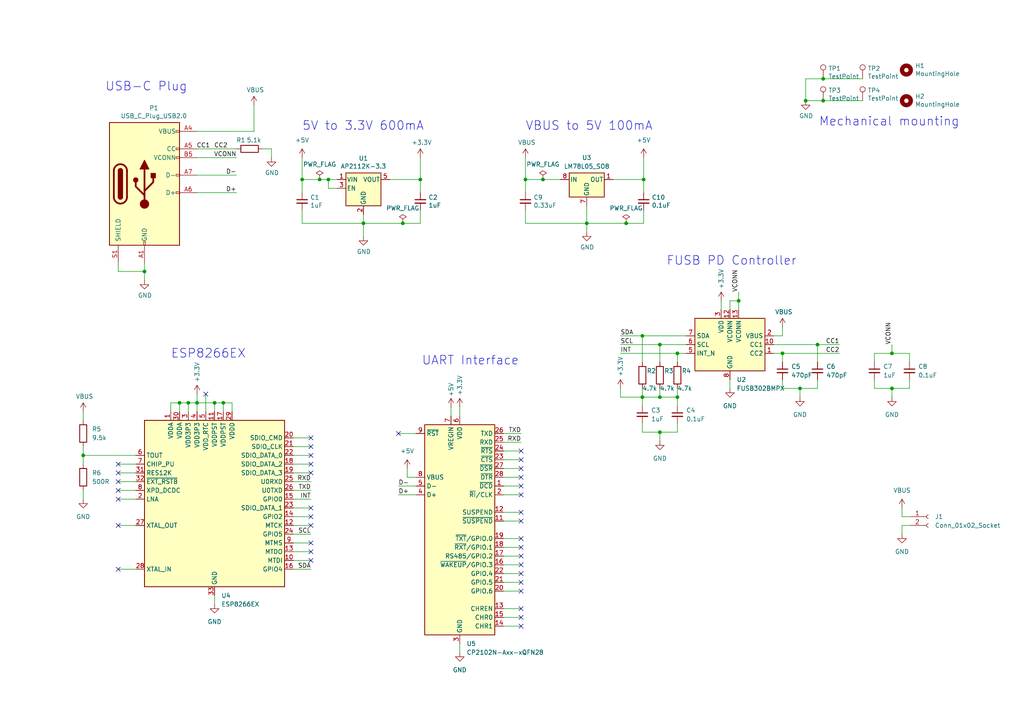
<source format=kicad_sch>
(kicad_sch (version 20230121) (generator eeschema)
  (paper "A4")
  (title_block (title "Expansion Card Template") (date "2020-12-12") (rev "X1") (company "Framework") (comment 1 "This work is licensed under a Creative Commons Attribution 4.0 International License") (comment 4 "https://frame.work"))
  (lib_symbols
    (symbol "Connector:Conn_01x02_Socket" (pin_names (offset 1.016) hide)
      (property "Reference" "J" (at 0 2.54 0))
      (property "Value" "Conn_01x02_Socket" (at 0 -5.08 0))
      (symbol "Conn_01x02_Socket_1_1"
        (arc (start 0 -2.032) (mid -0.5058 -2.54) (end 0 -3.048) (stroke (width 0.1524)))
        (polyline (pts (xy -1.27 -2.54) (xy -0.508 -2.54)) (stroke (width 0.1524)))
        (polyline (pts (xy -1.27 0) (xy -0.508 0)) (stroke (width 0.1524)))
        (arc (start 0 0.508) (mid -0.5058 0) (end 0 -0.508) (stroke (width 0.1524)))
        (pin passive line (at -5.08 0 0) (length 3.81) (name "Pin_1") (number "1"))
        (pin passive line (at -5.08 -2.54 0) (length 3.81) (name "Pin_2") (number "2"))
      )
    )
    (symbol "Connector:TestPoint" (pin_numbers hide) (pin_names (offset 0.762) hide)
      (property "Reference" "TP" (at 0 6.858 0))
      (property "Value" "TestPoint" (at 0 5.08 0))
      (symbol "TestPoint_0_1"
        (circle (center 0 3.302) (radius 0.762))
      )
      (symbol "TestPoint_1_1"
        (pin passive line (at 0 0 90) (length 2.54) (name "1") (number "1"))
      )
    )
    (symbol "Connector:USB_C_Plug_USB2.0" (pin_names (offset 1.016))
      (property "Reference" "P" (at -10.16 19.05 0))
      (property "Value" "USB_C_Plug_USB2.0" (at 12.7 19.05 0))
      (symbol "USB_C_Plug_USB2.0_0_0"
        (rectangle (start -0.254 -17.78) (end 0.254 -16.764))
        (rectangle (start 10.16 -2.286) (end 9.144 -2.794))
        (rectangle (start 10.16 2.794) (end 9.144 2.286))
        (rectangle (start 10.16 7.874) (end 9.144 7.366))
        (rectangle (start 10.16 10.414) (end 9.144 9.906))
        (rectangle (start 10.16 15.494) (end 9.144 14.986))
      )
      (symbol "USB_C_Plug_USB2.0_0_1"
        (rectangle (start -10.16 17.78) (end 10.16 -17.78) (stroke (width 0.254)) (fill (type background)))
        (arc (start -8.89 -3.81) (mid -6.985 -5.7067) (end -5.08 -3.81) (stroke (width 0.508)))
        (arc (start -7.62 -3.81) (mid -6.985 -4.4423) (end -6.35 -3.81) (stroke (width 0.254)))
        (arc (start -7.62 -3.81) (mid -6.985 -4.4423) (end -6.35 -3.81) (stroke (width 0.254)) (fill (type outline)))
        (rectangle (start -7.62 -3.81) (end -6.35 3.81) (stroke (width 0.254)) (fill (type outline)))
        (arc (start -6.35 3.81) (mid -6.985 4.4423) (end -7.62 3.81) (stroke (width 0.254)))
        (arc (start -6.35 3.81) (mid -6.985 4.4423) (end -7.62 3.81) (stroke (width 0.254)) (fill (type outline)))
        (arc (start -5.08 3.81) (mid -6.985 5.7067) (end -8.89 3.81) (stroke (width 0.508)))
        (circle (center -2.54 1.143) (radius 0.635) (stroke (width 0.254)) (fill (type outline)))
        (circle (center 0 -5.842) (radius 1.27) (fill (type outline)))
        (polyline (pts (xy -8.89 -3.81) (xy -8.89 3.81)) (stroke (width 0.508)))
        (polyline (pts (xy -5.08 3.81) (xy -5.08 -3.81)) (stroke (width 0.508)))
        (polyline (pts (xy 0 -5.842) (xy 0 4.318)) (stroke (width 0.508)))
        (polyline (pts (xy 0 -3.302) (xy -2.54 -0.762) (xy -2.54 0.508)) (stroke (width 0.508)))
        (polyline (pts (xy 0 -2.032) (xy 2.54 0.508) (xy 2.54 1.778)) (stroke (width 0.508)))
        (polyline (pts (xy -1.27 4.318) (xy 0 6.858) (xy 1.27 4.318) (xy -1.27 4.318)) (stroke (width 0.254)) (fill (type outline)))
        (rectangle (start 1.905 1.778) (end 3.175 3.048) (stroke (width 0.254)) (fill (type outline)))
      )
      (symbol "USB_C_Plug_USB2.0_1_1"
        (pin passive line (at 0 -22.86 90) (length 5.08) (name "GND") (number "A1"))
        (pin passive line (at 0 -22.86 90) (length 5.08) hide (name "GND") (number "A12"))
        (pin passive line (at 15.24 15.24 180) (length 5.08) (name "VBUS") (number "A4"))
        (pin bidirectional line (at 15.24 10.16 180) (length 5.08) (name "CC") (number "A5"))
        (pin bidirectional line (at 15.24 -2.54 180) (length 5.08) (name "D+") (number "A6"))
        (pin bidirectional line (at 15.24 2.54 180) (length 5.08) (name "D-") (number "A7"))
        (pin passive line (at 15.24 15.24 180) (length 5.08) hide (name "VBUS") (number "A9"))
        (pin passive line (at 0 -22.86 90) (length 5.08) hide (name "GND") (number "B1"))
        (pin passive line (at 0 -22.86 90) (length 5.08) hide (name "GND") (number "B12"))
        (pin passive line (at 15.24 15.24 180) (length 5.08) hide (name "VBUS") (number "B4"))
        (pin bidirectional line (at 15.24 7.62 180) (length 5.08) (name "VCONN") (number "B5"))
        (pin passive line (at 15.24 15.24 180) (length 5.08) hide (name "VBUS") (number "B9"))
        (pin passive line (at -7.62 -22.86 90) (length 5.08) (name "SHIELD") (number "S1"))
      )
    )
    (symbol "Device:C_Small" (pin_numbers hide) (pin_names (offset 0.254) hide)
      (property "Reference" "C" (at 0.254 1.778 0))
      (property "Value" "C_Small" (at 0.254 -2.032 0))
      (symbol "C_Small_0_1"
        (polyline (pts (xy -1.524 -0.508) (xy 1.524 -0.508)) (stroke (width 0.3302)))
        (polyline (pts (xy -1.524 0.508) (xy 1.524 0.508)) (stroke (width 0.3048)))
      )
      (symbol "C_Small_1_1"
        (pin passive line (at 0 2.54 270) (length 2.032) (name "~") (number "1"))
        (pin passive line (at 0 -2.54 90) (length 2.032) (name "~") (number "2"))
      )
    )
    (symbol "Device:R" (pin_numbers hide) (pin_names (offset 0))
      (property "Reference" "R" (at 2.032 0 90))
      (property "Value" "R" (at 0 0 90))
      (symbol "R_0_1"
        (rectangle (start -1.016 -2.54) (end 1.016 2.54) (stroke (width 0.254)))
      )
      (symbol "R_1_1"
        (pin passive line (at 0 3.81 270) (length 1.27) (name "~") (number "1"))
        (pin passive line (at 0 -3.81 90) (length 1.27) (name "~") (number "2"))
      )
    )
    (symbol "Interface_USB:CP2102N-Axx-xQFN28"
      (property "Reference" "U" (at -8.89 31.75 0))
      (property "Value" "CP2102N-Axx-xQFN28" (at 12.7 31.75 0))
      (symbol "CP2102N-Axx-xQFN28_0_1"
        (rectangle (start -10.16 30.48) (end 10.16 -30.48) (stroke (width 0.254)) (fill (type background)))
      )
      (symbol "CP2102N-Axx-xQFN28_1_1"
        (pin input line (at 12.7 12.7 180) (length 2.54) (name "~{DCD}") (number "1"))
        (pin no_connect line (at -10.16 -27.94 0) (length 2.54) hide (name "NC") (number "10"))
        (pin output line (at 12.7 2.54 180) (length 2.54) (name "~{SUSPEND}") (number "11"))
        (pin output line (at 12.7 5.08 180) (length 2.54) (name "SUSPEND") (number "12"))
        (pin output line (at 12.7 -22.86 180) (length 2.54) (name "CHREN") (number "13"))
        (pin output line (at 12.7 -27.94 180) (length 2.54) (name "CHR1") (number "14"))
        (pin output line (at 12.7 -25.4 180) (length 2.54) (name "CHR0") (number "15"))
        (pin bidirectional line (at 12.7 -10.16 180) (length 2.54) (name "~{WAKEUP}/GPIO.3") (number "16"))
        (pin bidirectional line (at 12.7 -7.62 180) (length 2.54) (name "RS485/GPIO.2") (number "17"))
        (pin bidirectional line (at 12.7 -5.08 180) (length 2.54) (name "~{RXT}/GPIO.1") (number "18"))
        (pin bidirectional line (at 12.7 -2.54 180) (length 2.54) (name "~{TXT}/GPIO.0") (number "19"))
        (pin bidirectional line (at 12.7 10.16 180) (length 2.54) (name "~{RI}/CLK") (number "2"))
        (pin bidirectional line (at 12.7 -17.78 180) (length 2.54) (name "GPIO.6") (number "20"))
        (pin bidirectional line (at 12.7 -15.24 180) (length 2.54) (name "GPIO.5") (number "21"))
        (pin bidirectional line (at 12.7 -12.7 180) (length 2.54) (name "GPIO.4") (number "22"))
        (pin input line (at 12.7 20.32 180) (length 2.54) (name "~{CTS}") (number "23"))
        (pin output line (at 12.7 22.86 180) (length 2.54) (name "~{RTS}") (number "24"))
        (pin input line (at 12.7 25.4 180) (length 2.54) (name "RXD") (number "25"))
        (pin output line (at 12.7 27.94 180) (length 2.54) (name "TXD") (number "26"))
        (pin input line (at 12.7 17.78 180) (length 2.54) (name "~{DSR}") (number "27"))
        (pin output line (at 12.7 15.24 180) (length 2.54) (name "~{DTR}") (number "28"))
        (pin passive line (at 0 -33.02 90) (length 2.54) hide (name "GND") (number "29"))
        (pin power_in line (at 0 -33.02 90) (length 2.54) (name "GND") (number "3"))
        (pin bidirectional line (at -12.7 10.16 0) (length 2.54) (name "D+") (number "4"))
        (pin bidirectional line (at -12.7 12.7 0) (length 2.54) (name "D-") (number "5"))
        (pin power_in line (at 0 33.02 270) (length 2.54) (name "VDD") (number "6"))
        (pin power_in line (at -2.54 33.02 270) (length 2.54) (name "VREGIN") (number "7"))
        (pin input line (at -12.7 15.24 0) (length 2.54) (name "VBUS") (number "8"))
        (pin input line (at -12.7 27.94 0) (length 2.54) (name "~{RST}") (number "9"))
      )
    )
    (symbol "Interface_USB:FUSB302BMPX"
      (property "Reference" "U" (at -10.16 8.89 0))
      (property "Value" "FUSB302BMPX" (at 3.81 8.89 0))
      (symbol "FUSB302BMPX_0_1"
        (rectangle (start -10.16 7.62) (end 10.16 -7.62) (stroke (width 0.254)) (fill (type background)))
      )
      (symbol "FUSB302BMPX_1_1"
        (pin bidirectional line (at 12.7 -2.54 180) (length 2.54) (name "CC2") (number "1"))
        (pin bidirectional line (at 12.7 0 180) (length 2.54) (name "CC1") (number "10"))
        (pin bidirectional line (at 12.7 0 180) (length 2.54) hide (name "CC1") (number "11"))
        (pin power_in line (at 0 10.16 270) (length 2.54) (name "VCONN") (number "12"))
        (pin power_in line (at 2.54 10.16 270) (length 2.54) (name "VCONN") (number "13"))
        (pin bidirectional line (at 12.7 -2.54 180) (length 2.54) hide (name "CC2") (number "14"))
        (pin passive line (at 0 -10.16 90) (length 2.54) hide (name "GND") (number "15"))
        (pin input line (at 12.7 2.54 180) (length 2.54) (name "VBUS") (number "2"))
        (pin power_in line (at -2.54 10.16 270) (length 2.54) (name "VDD") (number "3"))
        (pin passive line (at -2.54 10.16 270) (length 2.54) hide (name "VDD") (number "4"))
        (pin open_collector line (at -12.7 -2.54 0) (length 2.54) (name "INT_N") (number "5"))
        (pin input line (at -12.7 0 0) (length 2.54) (name "SCL") (number "6"))
        (pin bidirectional line (at -12.7 2.54 0) (length 2.54) (name "SDA") (number "7"))
        (pin power_in line (at 0 -10.16 90) (length 2.54) (name "GND") (number "8"))
        (pin passive line (at 0 -10.16 90) (length 2.54) hide (name "GND") (number "9"))
      )
    )
    (symbol "MCU_Espressif:ESP8266EX"
      (property "Reference" "U" (at 0 2.54 0))
      (property "Value" "ESP8266EX" (at 0 -2.54 0))
      (symbol "ESP8266EX_0_1"
        (rectangle (start -20.32 22.86) (end 20.32 -25.4) (stroke (width 0.254)) (fill (type background)))
      )
      (symbol "ESP8266EX_1_1"
        (pin power_in line (at -12.7 25.4 270) (length 2.54) (name "VDDA") (number "1"))
        (pin bidirectional line (at 22.86 -17.78 180) (length 2.54) (name "MTDI") (number "10"))
        (pin power_in line (at 0 25.4 270) (length 2.54) (name "VDDPST") (number "11"))
        (pin bidirectional line (at 22.86 -7.62 180) (length 2.54) (name "MTCK") (number "12"))
        (pin bidirectional line (at 22.86 -15.24 180) (length 2.54) (name "MTDO") (number "13"))
        (pin bidirectional line (at 22.86 -5.08 180) (length 2.54) (name "GPIO2") (number "14"))
        (pin bidirectional line (at 22.86 0 180) (length 2.54) (name "GPIO0") (number "15"))
        (pin bidirectional line (at 22.86 -20.32 180) (length 2.54) (name "GPIO4") (number "16"))
        (pin power_in line (at 2.54 25.4 270) (length 2.54) (name "VDDPST") (number "17"))
        (pin bidirectional line (at 22.86 10.16 180) (length 2.54) (name "SDIO_DATA_2") (number "18"))
        (pin bidirectional line (at 22.86 7.62 180) (length 2.54) (name "SDIO_DATA_3") (number "19"))
        (pin bidirectional line (at -22.86 0 0) (length 2.54) (name "LNA") (number "2"))
        (pin bidirectional line (at 22.86 17.78 180) (length 2.54) (name "SDIO_CMD") (number "20"))
        (pin bidirectional line (at 22.86 15.24 180) (length 2.54) (name "SDIO_CLK") (number "21"))
        (pin bidirectional line (at 22.86 12.7 180) (length 2.54) (name "SDIO_DATA_0") (number "22"))
        (pin bidirectional line (at 22.86 -2.54 180) (length 2.54) (name "SDIO_DATA_1") (number "23"))
        (pin bidirectional line (at 22.86 -10.16 180) (length 2.54) (name "GPIO5") (number "24"))
        (pin bidirectional line (at 22.86 5.08 180) (length 2.54) (name "U0RXD") (number "25"))
        (pin bidirectional line (at 22.86 2.54 180) (length 2.54) (name "U0TXD") (number "26"))
        (pin bidirectional line (at -22.86 -7.62 0) (length 2.54) (name "XTAL_OUT") (number "27"))
        (pin bidirectional line (at -22.86 -20.32 0) (length 2.54) (name "XTAL_IN") (number "28"))
        (pin power_in line (at 5.08 25.4 270) (length 2.54) (name "VDDD") (number "29"))
        (pin power_in line (at -7.62 25.4 270) (length 2.54) (name "VDD3P3") (number "3"))
        (pin power_in line (at -10.16 25.4 270) (length 2.54) (name "VDDA") (number "30"))
        (pin input line (at -22.86 7.62 0) (length 2.54) (name "RES12K") (number "31"))
        (pin input line (at -22.86 5.08 0) (length 2.54) (name "~{EXT_RSTB}") (number "32"))
        (pin power_in line (at 0 -27.94 90) (length 2.54) (name "GND") (number "33"))
        (pin power_in line (at -5.08 25.4 270) (length 2.54) (name "VDD3P3") (number "4"))
        (pin power_in line (at -2.54 25.4 270) (length 2.54) (name "VDD_RTC") (number "5"))
        (pin input line (at -22.86 12.7 0) (length 2.54) (name "TOUT") (number "6"))
        (pin input line (at -22.86 10.16 0) (length 2.54) (name "CHIP_PU") (number "7"))
        (pin bidirectional line (at -22.86 2.54 0) (length 2.54) (name "XPD_DCDC") (number "8"))
        (pin bidirectional line (at 22.86 -12.7 180) (length 2.54) (name "MTMS") (number "9"))
      )
    )
    (symbol "Mechanical:MountingHole" (pin_names (offset 1.016))
      (property "Reference" "H" (at 0 5.08 0))
      (property "Value" "MountingHole" (at 0 3.175 0))
      (symbol "MountingHole_0_1"
        (circle (center 0 0) (radius 1.27) (stroke (width 1.27)))
      )
    )
    (symbol "Regulator_Linear:AP2112K-3.3" (pin_names (offset 0.254))
      (property "Reference" "U" (at -5.08 5.715 0))
      (property "Value" "AP2112K-3.3" (at 0 5.715 0))
      (symbol "AP2112K-3.3_0_1"
        (rectangle (start -5.08 4.445) (end 5.08 -5.08) (stroke (width 0.254)) (fill (type background)))
      )
      (symbol "AP2112K-3.3_1_1"
        (pin power_in line (at -7.62 2.54 0) (length 2.54) (name "VIN") (number "1"))
        (pin power_in line (at 0 -7.62 90) (length 2.54) (name "GND") (number "2"))
        (pin input line (at -7.62 0 0) (length 2.54) (name "EN") (number "3"))
        (pin no_connect line (at 5.08 0 180) (length 2.54) hide (name "NC") (number "4"))
        (pin power_out line (at 7.62 2.54 180) (length 2.54) (name "VOUT") (number "5"))
      )
    )
    (symbol "Regulator_Linear:LM78L05_SO8" (pin_names (offset 0.254))
      (property "Reference" "U" (at -3.81 3.175 0))
      (property "Value" "LM78L05_SO8" (at 0 3.175 0))
      (symbol "LM78L05_SO8_0_1"
        (rectangle (start -5.08 1.905) (end 5.08 -5.08) (stroke (width 0.254)) (fill (type background)))
      )
      (symbol "LM78L05_SO8_1_1"
        (pin power_out line (at 7.62 0 180) (length 2.54) (name "OUT") (number "1"))
        (pin passive line (at 0 -7.62 90) (length 2.54) hide (name "GND") (number "2"))
        (pin passive line (at 0 -7.62 90) (length 2.54) hide (name "GND") (number "3"))
        (pin no_connect line (at -5.08 -2.54 0) (length 2.54) hide (name "NC") (number "4"))
        (pin no_connect line (at 5.08 -2.54 180) (length 2.54) hide (name "NC") (number "5"))
        (pin passive line (at 0 -7.62 90) (length 2.54) hide (name "GND") (number "6"))
        (pin power_in line (at 0 -7.62 90) (length 2.54) (name "GND") (number "7"))
        (pin power_in line (at -7.62 0 0) (length 2.54) (name "IN") (number "8"))
      )
    )
    (symbol "power:+3.3V" (power) (pin_names (offset 0))
      (property "Value" "+3.3V" (at 0 3.556 0))
      (symbol "+3.3V_0_1"
        (polyline (pts (xy -0.762 1.27) (xy 0 2.54)))
        (polyline (pts (xy 0 0) (xy 0 2.54)))
        (polyline (pts (xy 0 2.54) (xy 0.762 1.27)))
      )
      (symbol "+3.3V_1_1"
        (pin power_in line (at 0 0 90) (length 0) hide (name "+3.3V") (number "1"))
      )
    )
    (symbol "power:+5V" (power) (pin_names (offset 0))
      (property "Value" "+5V" (at 0 3.556 0))
      (symbol "+5V_0_1"
        (polyline (pts (xy -0.762 1.27) (xy 0 2.54)))
        (polyline (pts (xy 0 0) (xy 0 2.54)))
        (polyline (pts (xy 0 2.54) (xy 0.762 1.27)))
      )
      (symbol "+5V_1_1"
        (pin power_in line (at 0 0 90) (length 0) hide (name "+5V") (number "1"))
      )
    )
    (symbol "power:GND" (power) (pin_names (offset 0))
      (property "Value" "GND" (at 0 -3.81 0))
      (symbol "GND_0_1"
        (polyline (pts (xy 0 0) (xy 0 -1.27) (xy 1.27 -1.27) (xy 0 -2.54) (xy -1.27 -1.27) (xy 0 -1.27)))
      )
      (symbol "GND_1_1"
        (pin power_in line (at 0 0 270) (length 0) hide (name "GND") (number "1"))
      )
    )
    (symbol "power:PWR_FLAG" (power) (pin_numbers hide) (pin_names (offset 0) hide)
      (property "Value" "PWR_FLAG" (at 0 3.81 0))
      (symbol "PWR_FLAG_0_0"
        (pin power_out line (at 0 0 90) (length 0) (name "pwr") (number "1"))
      )
      (symbol "PWR_FLAG_0_1"
        (polyline (pts (xy 0 0) (xy 0 1.27) (xy -1.016 1.905) (xy 0 2.54) (xy 1.016 1.905) (xy 0 1.27)))
      )
    )
    (symbol "power:VBUS" (power) (pin_names (offset 0))
      (property "Value" "VBUS" (at 0 3.81 0))
      (symbol "VBUS_0_1"
        (polyline (pts (xy -0.762 1.27) (xy 0 2.54)))
        (polyline (pts (xy 0 0) (xy 0 2.54)))
        (polyline (pts (xy 0 2.54) (xy 0.762 1.27)))
      )
      (symbol "VBUS_1_1"
        (pin power_in line (at 0 0 90) (length 0) hide (name "VBUS") (number "1"))
      )
    )
  )
  (junction (at 41.91 78.74))
  (junction (at 170.18 64.77))
  (junction (at 52.07 116.84))
  (junction (at 152.4 52.07))
  (junction (at 24.13 132.08))
  (junction (at 92.71 52.07))
  (junction (at 191.389 125.349))
  (junction (at 186.69 52.07))
  (junction (at 258.699 102.489))
  (junction (at 191.389 99.949))
  (junction (at 105.41 64.77))
  (junction (at 116.84 64.77))
  (junction (at 54.61 116.84))
  (junction (at 226.949 102.489))
  (junction (at 121.92 52.07))
  (junction (at 57.15 116.84))
  (junction (at 196.469 102.489))
  (junction (at 258.699 112.649))
  (junction (at 186.309 97.409))
  (junction (at 64.77 116.84))
  (junction (at 181.61 64.77))
  (junction (at 232.029 112.649))
  (junction (at 237.109 99.949))
  (junction (at 62.23 116.84))
  (junction (at 196.469 115.189))
  (junction (at 238.76 29.21))
  (junction (at 214.249 87.249))
  (junction (at 191.389 115.189))
  (junction (at 233.68 29.21))
  (junction (at 87.63 52.07))
  (junction (at 238.76 22.86))
  (junction (at 95.25 52.07))
  (junction (at 186.309 115.189))
  (junction (at 157.48 52.07))
  (no_connect (at 34.29 142.24))
  (no_connect (at 151.13 163.83))
  (no_connect (at 151.13 140.97))
  (no_connect (at 151.13 176.53))
  (no_connect (at 90.17 149.86))
  (no_connect (at 90.17 160.02))
  (no_connect (at 34.29 139.7))
  (no_connect (at 34.29 137.16))
  (no_connect (at 90.17 157.48))
  (no_connect (at 151.13 161.29))
  (no_connect (at 151.13 158.75))
  (no_connect (at 151.13 156.21))
  (no_connect (at 151.13 143.51))
  (no_connect (at 151.13 179.07))
  (no_connect (at 59.69 114.3))
  (no_connect (at 151.13 138.43))
  (no_connect (at 34.29 152.4))
  (no_connect (at 90.17 127))
  (no_connect (at 151.13 166.37))
  (no_connect (at 151.13 151.13))
  (no_connect (at 90.17 152.4))
  (no_connect (at 90.17 134.62))
  (no_connect (at 90.17 137.16))
  (no_connect (at 90.17 132.08))
  (no_connect (at 151.13 181.61))
  (no_connect (at 34.29 165.1))
  (no_connect (at 151.13 168.91))
  (no_connect (at 151.13 130.81))
  (no_connect (at 90.17 162.56))
  (no_connect (at 115.57 125.73))
  (no_connect (at 90.17 129.54))
  (no_connect (at 34.29 134.62))
  (no_connect (at 90.17 147.32))
  (no_connect (at 151.13 171.45))
  (no_connect (at 34.29 144.78))
  (no_connect (at 151.13 148.59))
  (no_connect (at 151.13 135.89))
  (no_connect (at 151.13 133.35))
  (wire (pts (xy 151.13 181.61) (xy 146.05 181.61)))
  (wire (pts (xy 90.17 132.08) (xy 85.09 132.08)))
  (wire (pts (xy 151.13 161.29) (xy 146.05 161.29)))
  (wire (pts (xy 226.949 102.489) (xy 243.459 102.489)))
  (wire (pts (xy 87.63 55.88) (xy 87.63 52.07)))
  (wire (pts (xy 151.13 158.75) (xy 146.05 158.75)))
  (wire (pts (xy 191.389 125.349) (xy 196.469 125.349)))
  (wire (pts (xy 196.469 102.489) (xy 199.009 102.489)))
  (wire (pts (xy 258.699 99.949) (xy 258.699 102.489)))
  (wire (pts (xy 59.69 114.3) (xy 59.69 119.38)))
  (wire (pts (xy 113.03 52.07) (xy 121.92 52.07)))
  (wire (pts (xy 151.13 151.13) (xy 146.05 151.13)))
  (wire (pts (xy 196.469 122.809) (xy 196.469 125.349)))
  (wire (pts (xy 151.13 140.97) (xy 146.05 140.97)))
  (wire (pts (xy 196.469 112.649) (xy 196.469 115.189)))
  (wire (pts (xy 226.949 94.869) (xy 226.949 97.409)))
  (wire (pts (xy 253.619 110.109) (xy 253.619 112.649)))
  (wire (pts (xy 57.15 38.1) (xy 73.66 38.1)))
  (wire (pts (xy 226.949 112.649) (xy 232.029 112.649)))
  (wire (pts (xy 238.76 22.86) (xy 233.68 22.86)))
  (wire (pts (xy 196.469 102.489) (xy 196.469 105.029)))
  (wire (pts (xy 130.81 118.11) (xy 130.81 120.65)))
  (wire (pts (xy 133.35 118.11) (xy 133.35 120.65)))
  (wire (pts (xy 57.15 43.18) (xy 68.58 43.18)))
  (wire (pts (xy 90.17 139.7) (xy 85.09 139.7)))
  (wire (pts (xy 186.309 122.809) (xy 186.309 125.349)))
  (wire (pts (xy 151.13 176.53) (xy 146.05 176.53)))
  (wire (pts (xy 151.13 135.89) (xy 146.05 135.89)))
  (wire (pts (xy 24.13 132.08) (xy 24.13 134.62)))
  (wire (pts (xy 85.09 165.1) (xy 90.17 165.1)))
  (wire (pts (xy 34.29 134.62) (xy 39.37 134.62)))
  (wire (pts (xy 151.13 156.21) (xy 146.05 156.21)))
  (wire (pts (xy 34.29 165.1) (xy 39.37 165.1)))
  (wire (pts (xy 181.61 64.77) (xy 186.69 64.77)))
  (wire (pts (xy 151.13 143.51) (xy 146.05 143.51)))
  (wire (pts (xy 179.959 112.649) (xy 179.959 115.189)))
  (wire (pts (xy 264.16 149.86) (xy 261.62 149.86)))
  (wire (pts (xy 209.169 89.789) (xy 209.169 87.249)))
  (wire (pts (xy 90.17 162.56) (xy 85.09 162.56)))
  (wire (pts (xy 196.469 115.189) (xy 196.469 117.729)))
  (wire (pts (xy 90.17 142.24) (xy 85.09 142.24)))
  (wire (pts (xy 133.35 186.69) (xy 133.35 189.23)))
  (wire (pts (xy 258.699 102.489) (xy 263.779 102.489)))
  (wire (pts (xy 34.29 78.74) (xy 41.91 78.74)))
  (wire (pts (xy 151.13 166.37) (xy 146.05 166.37)))
  (wire (pts (xy 64.77 116.84) (xy 67.31 116.84)))
  (wire (pts (xy 120.65 140.97) (xy 115.57 140.97)))
  (wire (pts (xy 258.699 112.649) (xy 258.699 115.189)))
  (wire (pts (xy 52.07 116.84) (xy 52.07 119.38)))
  (wire (pts (xy 152.4 45.72) (xy 152.4 52.07)))
  (wire (pts (xy 253.619 112.649) (xy 258.699 112.649)))
  (wire (pts (xy 34.29 144.78) (xy 39.37 144.78)))
  (wire (pts (xy 57.15 116.84) (xy 54.61 116.84)))
  (wire (pts (xy 34.29 152.4) (xy 39.37 152.4)))
  (wire (pts (xy 211.709 89.789) (xy 211.709 87.249)))
  (wire (pts (xy 186.69 45.72) (xy 186.69 52.07)))
  (wire (pts (xy 34.29 139.7) (xy 39.37 139.7)))
  (wire (pts (xy 191.389 99.949) (xy 199.009 99.949)))
  (wire (pts (xy 250.19 22.86) (xy 238.76 22.86)))
  (wire (pts (xy 238.76 29.21) (xy 233.68 29.21)))
  (wire (pts (xy 118.11 135.89) (xy 118.11 138.43)))
  (wire (pts (xy 121.92 60.96) (xy 121.92 64.77)))
  (wire (pts (xy 57.15 116.84) (xy 57.15 114.3)))
  (wire (pts (xy 214.249 87.249) (xy 214.249 84.709)))
  (wire (pts (xy 151.13 128.27) (xy 146.05 128.27)))
  (wire (pts (xy 24.13 129.54) (xy 24.13 132.08)))
  (wire (pts (xy 237.109 99.949) (xy 237.109 105.029)))
  (wire (pts (xy 34.29 137.16) (xy 39.37 137.16)))
  (wire (pts (xy 214.249 87.249) (xy 211.709 87.249)))
  (wire (pts (xy 78.74 43.18) (xy 76.2 43.18)))
  (wire (pts (xy 232.029 112.649) (xy 232.029 115.189)))
  (wire (pts (xy 258.699 112.649) (xy 263.779 112.649)))
  (wire (pts (xy 90.17 129.54) (xy 85.09 129.54)))
  (wire (pts (xy 90.17 134.62) (xy 85.09 134.62)))
  (wire (pts (xy 151.13 125.73) (xy 146.05 125.73)))
  (wire (pts (xy 151.13 138.43) (xy 146.05 138.43)))
  (wire (pts (xy 226.949 110.109) (xy 226.949 112.649)))
  (wire (pts (xy 179.959 97.409) (xy 186.309 97.409)))
  (wire (pts (xy 95.25 52.07) (xy 97.79 52.07)))
  (wire (pts (xy 152.4 60.96) (xy 152.4 64.77)))
  (wire (pts (xy 41.91 81.28) (xy 41.91 78.74)))
  (wire (pts (xy 41.91 78.74) (xy 41.91 76.2)))
  (wire (pts (xy 151.13 179.07) (xy 146.05 179.07)))
  (wire (pts (xy 24.13 119.38) (xy 24.13 121.92)))
  (wire (pts (xy 261.62 149.86) (xy 261.62 147.32)))
  (wire (pts (xy 191.389 115.189) (xy 196.469 115.189)))
  (wire (pts (xy 62.23 172.72) (xy 62.23 175.26)))
  (wire (pts (xy 186.309 97.409) (xy 199.009 97.409)))
  (wire (pts (xy 121.92 45.72) (xy 121.92 52.07)))
  (wire (pts (xy 121.92 55.88) (xy 121.92 52.07)))
  (wire (pts (xy 191.389 99.949) (xy 191.389 105.029)))
  (wire (pts (xy 224.409 97.409) (xy 226.949 97.409)))
  (wire (pts (xy 151.13 171.45) (xy 146.05 171.45)))
  (wire (pts (xy 152.4 64.77) (xy 170.18 64.77)))
  (wire (pts (xy 177.8 52.07) (xy 186.69 52.07)))
  (wire (pts (xy 90.17 157.48) (xy 85.09 157.48)))
  (wire (pts (xy 34.29 142.24) (xy 39.37 142.24)))
  (wire (pts (xy 90.17 137.16) (xy 85.09 137.16)))
  (wire (pts (xy 97.79 54.61) (xy 95.25 54.61)))
  (wire (pts (xy 151.13 130.81) (xy 146.05 130.81)))
  (wire (pts (xy 263.779 110.109) (xy 263.779 112.649)))
  (wire (pts (xy 90.17 152.4) (xy 85.09 152.4)))
  (wire (pts (xy 186.69 55.88) (xy 186.69 52.07)))
  (wire (pts (xy 170.18 64.77) (xy 181.61 64.77)))
  (wire (pts (xy 95.25 54.61) (xy 95.25 52.07)))
  (wire (pts (xy 253.619 102.489) (xy 253.619 105.029)))
  (wire (pts (xy 186.309 125.349) (xy 191.389 125.349)))
  (wire (pts (xy 105.41 64.77) (xy 116.84 64.77)))
  (wire (pts (xy 253.619 102.489) (xy 258.699 102.489)))
  (wire (pts (xy 233.68 22.86) (xy 233.68 29.21)))
  (wire (pts (xy 90.17 160.02) (xy 85.09 160.02)))
  (wire (pts (xy 151.13 163.83) (xy 146.05 163.83)))
  (wire (pts (xy 170.18 59.69) (xy 170.18 64.77)))
  (wire (pts (xy 87.63 45.72) (xy 87.63 52.07)))
  (wire (pts (xy 57.15 55.88) (xy 68.58 55.88)))
  (wire (pts (xy 151.13 168.91) (xy 146.05 168.91)))
  (wire (pts (xy 151.13 133.35) (xy 146.05 133.35)))
  (wire (pts (xy 186.309 97.409) (xy 186.309 105.029)))
  (wire (pts (xy 57.15 116.84) (xy 57.15 119.38)))
  (wire (pts (xy 151.13 148.59) (xy 146.05 148.59)))
  (wire (pts (xy 52.07 116.84) (xy 54.61 116.84)))
  (wire (pts (xy 67.31 116.84) (xy 67.31 119.38)))
  (wire (pts (xy 85.09 144.78) (xy 90.17 144.78)))
  (wire (pts (xy 85.09 149.86) (xy 90.17 149.86)))
  (wire (pts (xy 186.309 112.649) (xy 186.309 115.189)))
  (wire (pts (xy 237.109 112.649) (xy 237.109 110.109)))
  (wire (pts (xy 157.48 52.07) (xy 162.56 52.07)))
  (wire (pts (xy 179.959 102.489) (xy 196.469 102.489)))
  (wire (pts (xy 186.69 60.96) (xy 186.69 64.77)))
  (wire (pts (xy 211.709 110.109) (xy 211.709 112.649)))
  (wire (pts (xy 90.17 127) (xy 85.09 127)))
  (wire (pts (xy 191.389 125.349) (xy 191.389 127.889)))
  (wire (pts (xy 226.949 102.489) (xy 226.949 105.029)))
  (wire (pts (xy 152.4 52.07) (xy 157.48 52.07)))
  (wire (pts (xy 24.13 142.24) (xy 24.13 144.78)))
  (wire (pts (xy 34.29 76.2) (xy 34.29 78.74)))
  (wire (pts (xy 49.53 116.84) (xy 52.07 116.84)))
  (wire (pts (xy 263.779 102.489) (xy 263.779 105.029)))
  (wire (pts (xy 170.18 64.77) (xy 170.18 67.31)))
  (wire (pts (xy 54.61 116.84) (xy 54.61 119.38)))
  (wire (pts (xy 186.309 115.189) (xy 191.389 115.189)))
  (wire (pts (xy 62.23 116.84) (xy 64.77 116.84)))
  (wire (pts (xy 62.23 116.84) (xy 62.23 119.38)))
  (wire (pts (xy 179.959 115.189) (xy 186.309 115.189)))
  (wire (pts (xy 179.959 99.949) (xy 191.389 99.949)))
  (wire (pts (xy 115.57 125.73) (xy 120.65 125.73)))
  (wire (pts (xy 64.77 116.84) (xy 64.77 119.38)))
  (wire (pts (xy 92.71 52.07) (xy 95.25 52.07)))
  (wire (pts (xy 87.63 60.96) (xy 87.63 64.77)))
  (wire (pts (xy 191.389 112.649) (xy 191.389 115.189)))
  (wire (pts (xy 214.249 89.789) (xy 214.249 87.249)))
  (wire (pts (xy 105.41 62.23) (xy 105.41 64.77)))
  (wire (pts (xy 105.41 64.77) (xy 105.41 68.58)))
  (wire (pts (xy 224.409 99.949) (xy 237.109 99.949)))
  (wire (pts (xy 261.62 152.4) (xy 261.62 154.94)))
  (wire (pts (xy 87.63 64.77) (xy 105.41 64.77)))
  (wire (pts (xy 250.19 29.21) (xy 238.76 29.21)))
  (wire (pts (xy 49.53 119.38) (xy 49.53 116.84)))
  (wire (pts (xy 120.65 143.51) (xy 115.57 143.51)))
  (wire (pts (xy 85.09 154.94) (xy 90.17 154.94)))
  (wire (pts (xy 116.84 64.77) (xy 121.92 64.77)))
  (wire (pts (xy 57.15 45.72) (xy 68.58 45.72)))
  (wire (pts (xy 224.409 102.489) (xy 226.949 102.489)))
  (wire (pts (xy 90.17 147.32) (xy 85.09 147.32)))
  (wire (pts (xy 237.109 99.949) (xy 243.459 99.949)))
  (wire (pts (xy 152.4 55.88) (xy 152.4 52.07)))
  (wire (pts (xy 24.13 132.08) (xy 39.37 132.08)))
  (wire (pts (xy 57.15 50.8) (xy 68.58 50.8)))
  (wire (pts (xy 232.029 112.649) (xy 237.109 112.649)))
  (wire (pts (xy 78.74 43.18) (xy 78.74 45.72)))
  (wire (pts (xy 87.63 52.07) (xy 92.71 52.07)))
  (wire (pts (xy 186.309 115.189) (xy 186.309 117.729)))
  (wire (pts (xy 264.16 152.4) (xy 261.62 152.4)))
  (wire (pts (xy 57.15 116.84) (xy 62.23 116.84)))
  (wire (pts (xy 73.66 38.1) (xy 73.66 30.48)))
  (wire (pts (xy 118.11 138.43) (xy 120.65 138.43)))
  (text "ESP8266EX\n" (at 49.53 104.14 0) (effects (font (size 2.54 2.54)) (justify left bottom)))
  (text "VBUS to 5V 100mA" (at 152.4 38.1 0) (effects (font (size 2.54 2.54)) (justify left bottom)))
  (text "5V to 3.3V 600mA" (at 87.63 38.1 0) (effects (font (size 2.54 2.54)) (justify left bottom)))
  (text "USB-C Plug" (at 30.48 26.67 0) (effects (font (size 2.54 2.54)) (justify left bottom)))
  (text "Mechanical mounting" (at 237.49 36.83 0) (effects (font (size 2.54 2.54)) (justify left bottom)))
  (text "FUSB PD Controller" (at 193.294 77.216 0) (effects (font (size 2.54 2.54)) (justify left bottom)))
  (text "UART Interface\n\n" (at 122.301 110.236 0) (effects (font (size 2.54 2.54)) (justify left bottom)))
  (label "RXD" (at 90.17 139.7 180))
  (label "TXD" (at 151.13 125.73 180))
  (label "D-" (at 68.58 50.8 180))
  (label "D+" (at 68.58 55.88 180))
  (label "D+" (at 115.57 143.51 0))
  (label "RXD" (at 151.13 128.27 180))
  (label "TXD" (at 90.17 142.24 180))
  (label "CC1" (at 60.96 43.18 180))
  (label "SDA" (at 90.17 165.1 180))
  (label "SCL" (at 179.959 99.949 0))
  (label "VCONN" (at 214.249 84.709 90))
  (label "INT" (at 90.17 144.78 180))
  (label "CC2" (at 243.459 102.489 180))
  (label "INT" (at 179.959 102.489 0))
  (label "SCL" (at 90.17 154.94 180))
  (label "VCONN" (at 68.58 45.72 180))
  (label "D-" (at 115.57 140.97 0))
  (label "VCONN" (at 258.699 99.949 90))
  (label "CC2" (at 66.04 43.18 180))
  (label "SDA" (at 179.959 97.409 0))
  (label "CC1" (at 243.459 99.949 180))
  (symbol (lib_id "Regulator_Linear:AP2112K-3.3") (at 105.41 54.61 0) (unit 1)
    (property "Reference" "U1" (at 105.41 45.9232 0))
    (property "Value" "AP2112K-3.3" (at 105.41 48.2346 0))
    (property "Footprint" "Package_TO_SOT_SMD:SOT-23-5" (effects hide))
    (property "Datasheet" "https://www.diodes.com/assets/Datasheets/AP2112.pdf" (effects hide))
  )
  (symbol (lib_id "Device:C_Small") (at 87.63 58.42 0) (unit 1)
    (property "Reference" "C1" (at 89.9668 57.2516 0) (effects (justify left)))
    (property "Value" "1uF" (at 89.9668 59.563 0) (effects (justify left)))
    (property "Footprint" "Capacitor_SMD:C_0201_0603Metric" (effects hide))
  )
  (symbol (lib_id "Device:C_Small") (at 121.92 58.42 0) (unit 1)
    (property "Reference" "C2" (at 124.2568 57.2516 0) (effects (justify left)))
    (property "Value" "1uF" (at 124.2568 59.563 0) (effects (justify left)))
    (property "Footprint" "Capacitor_SMD:C_0201_0603Metric" (effects hide))
  )
  (symbol (lib_id "power:+3.3V") (at 121.92 45.72 0) (unit 1)
    (property "Reference" "#PWR05" (effects hide))
    (property "Value" "+3.3V" (at 122.301 41.3258 0))
  )
  (symbol (lib_id "power:GND") (at 105.41 68.58 0) (unit 1)
    (property "Reference" "#PWR06" (effects hide))
    (property "Value" "GND" (at 105.537 72.9742 0))
  )
  (symbol (lib_id "Connector:USB_C_Plug_USB2.0") (at 41.91 53.34 0) (unit 1)
    (property "Reference" "P1" (at 44.6278 31.3182 0))
    (property "Value" "USB_C_Plug_USB2.0" (at 44.6278 33.6296 0))
    (property "Footprint" "Expansion_Card:USB_C_Plug_Molex_105444" (effects hide))
    (property "Datasheet" "https://www.usb.org/sites/default/files/documents/usb_type-c.zip" (effects hide))
  )
  (symbol (lib_id "power:GND") (at 41.91 81.28 0) (unit 1)
    (property "Reference" "#PWR01" (effects hide))
    (property "Value" "GND" (at 42.037 85.6742 0))
  )
  (symbol (lib_id "power:GND") (at 78.74 45.72 0) (unit 1)
    (property "Reference" "#PWR03" (effects hide))
    (property "Value" "GND" (at 78.867 50.1142 0))
  )
  (symbol (lib_id "power:VBUS") (at 73.66 30.48 0) (unit 1)
    (property "Reference" "#PWR02" (effects hide))
    (property "Value" "VBUS" (at 74.041 26.0858 0))
  )
  (symbol (lib_id "Mechanical:MountingHole") (at 262.89 20.32 0) (unit 1)
    (property "Reference" "H1" (at 265.43 19.0754 0) (effects (justify left)))
    (property "Value" "MountingHole" (at 265.43 21.3868 0) (effects (justify left)))
    (property "Footprint" "MountingHole:MountingHole_2.2mm_M2" (effects hide))
  )
  (symbol (lib_id "Mechanical:MountingHole") (at 262.89 29.21 0) (unit 1)
    (property "Reference" "H2" (at 265.43 27.9654 0) (effects (justify left)))
    (property "Value" "MountingHole" (at 265.43 30.2768 0) (effects (justify left)))
    (property "Footprint" "MountingHole:MountingHole_2.2mm_M2" (effects hide))
  )
  (symbol (lib_id "power:PWR_FLAG") (at 92.71 52.07 0) (unit 1)
    (property "Reference" "#FLG01" (effects hide))
    (property "Value" "PWR_FLAG" (at 92.71 47.6758 0))
  )
  (symbol (lib_id "power:PWR_FLAG") (at 116.84 64.77 0) (unit 1)
    (property "Reference" "#FLG02" (effects hide))
    (property "Value" "PWR_FLAG" (at 116.84 60.3758 0))
  )
  (symbol (lib_id "Connector:TestPoint") (at 250.19 22.86 0) (unit 1)
    (property "Reference" "TP2" (at 251.6632 19.8628 0) (effects (justify left)))
    (property "Value" "TestPoint" (at 251.6632 22.1742 0) (effects (justify left)))
    (property "Footprint" "TestPoint:TestPoint_Pad_1.5x1.5mm" (effects hide))
  )
  (symbol (lib_id "Connector:TestPoint") (at 238.76 22.86 0) (unit 1)
    (property "Reference" "TP1" (at 240.2332 19.8628 0) (effects (justify left)))
    (property "Value" "TestPoint" (at 240.2332 22.1742 0) (effects (justify left)))
    (property "Footprint" "TestPoint:TestPoint_Pad_1.5x1.5mm" (effects hide))
  )
  (symbol (lib_id "Connector:TestPoint") (at 238.76 29.21 0) (unit 1)
    (property "Reference" "TP3" (at 240.2332 26.2128 0) (effects (justify left)))
    (property "Value" "TestPoint" (at 240.2332 28.5242 0) (effects (justify left)))
    (property "Footprint" "TestPoint:TestPoint_Pad_1.5x1.5mm" (effects hide))
  )
  (symbol (lib_id "Connector:TestPoint") (at 250.19 29.21 0) (unit 1)
    (property "Reference" "TP4" (at 251.6632 26.2128 0) (effects (justify left)))
    (property "Value" "TestPoint" (at 251.6632 28.5242 0) (effects (justify left)))
    (property "Footprint" "TestPoint:TestPoint_Pad_1.5x1.5mm" (effects hide))
  )
  (symbol (lib_id "power:GND") (at 233.68 29.21 0) (unit 1)
    (property "Reference" "#PWR0101" (effects hide))
    (property "Value" "GND" (at 233.807 33.6042 0))
  )
  (symbol (lib_id "power:+5V") (at 186.69 45.72 0) (unit 1)
    (property "Reference" "#PWR019" (effects hide))
    (property "Value" "+5V" (at 186.69 40.64 0))
  )
  (symbol (lib_id "power:GND") (at 170.18 67.31 0) (unit 1)
    (property "Reference" "#PWR018" (effects hide))
    (property "Value" "GND" (at 170.307 71.7042 0))
  )
  (symbol (lib_id "Device:C_Small") (at 196.469 120.269 0) (unit 1)
    (property "Reference" "C4" (at 199.009 119.0053 0) (effects (justify left)))
    (property "Value" "0.1uF" (at 199.009 121.5453 0) (effects (justify left)))
    (property "Footprint" "Capacitor_SMD:C_0201_0603Metric" (effects hide))
  )
  (symbol (lib_id "Device:C_Small") (at 226.949 107.569 0) (unit 1)
    (property "Reference" "C5" (at 229.489 106.3053 0) (effects (justify left)))
    (property "Value" "470pF" (at 229.489 108.8453 0) (effects (justify left)))
    (property "Footprint" "Capacitor_SMD:C_0201_0603Metric" (effects hide))
  )
  (symbol (lib_id "power:+3.3V") (at 179.959 112.649 0) (unit 1)
    (property "Reference" "#PWR07" (effects hide))
    (property "Value" "+3.3V" (at 179.959 106.299 90))
  )
  (symbol (lib_id "Device:C_Small") (at 237.109 107.569 0) (unit 1)
    (property "Reference" "C6" (at 239.649 106.3053 0) (effects (justify left)))
    (property "Value" "470pF" (at 239.649 108.8453 0) (effects (justify left)))
    (property "Footprint" "Capacitor_SMD:C_0201_0603Metric" (effects hide))
  )
  (symbol (lib_id "power:VBUS") (at 24.13 119.38 0) (unit 1)
    (property "Reference" "#PWR025" (effects hide))
    (property "Value" "VBUS" (at 24.511 114.9858 0))
  )
  (symbol (lib_id "Device:C_Small") (at 253.619 107.569 0) (unit 1)
    (property "Reference" "C7" (at 256.159 106.3053 0) (effects (justify left)))
    (property "Value" "1uF" (at 256.159 108.8453 0) (effects (justify left)))
    (property "Footprint" "Capacitor_SMD:C_0201_0603Metric" (effects hide))
  )
  (symbol (lib_id "Connector:Conn_01x02_Socket") (at 269.24 149.86 0) (unit 1)
    (property "Reference" "J1" (at 271.145 149.86 0) (effects (justify left)))
    (property "Value" "Conn_01x02_Socket" (at 271.145 152.4 0) (effects (justify left)))
    (property "Footprint" "Connector_PinSocket_2.54mm:PinSocket_1x02_P2.54mm_Horizontal" (effects hide))
  )
  (symbol (lib_id "power:+5V") (at 130.81 118.11 0) (unit 1)
    (property "Reference" "#PWR021" (effects hide))
    (property "Value" "+5V" (at 130.81 113.03 90))
  )
  (symbol (lib_id "power:VBUS") (at 261.62 147.32 0) (unit 1)
    (property "Reference" "#PWR024" (effects hide))
    (property "Value" "VBUS" (at 261.62 142.24 0))
  )
  (symbol (lib_id "power:+3.3V") (at 133.35 118.11 0) (unit 1)
    (property "Reference" "#PWR022" (effects hide))
    (property "Value" "+3.3V" (at 133.35 111.76 90))
  )
  (symbol (lib_id "Device:R") (at 186.309 108.839 0) (unit 1)
    (property "Reference" "R2" (at 187.579 107.569 0) (effects (justify left)))
    (property "Value" "4.7k" (at 186.309 112.649 0) (effects (justify left)))
    (property "Footprint" "Resistor_SMD:R_0201_0603Metric" (effects hide))
  )
  (symbol (lib_id "Interface_USB:CP2102N-Axx-xQFN28") (at 133.35 153.67 0) (unit 1)
    (property "Reference" "U5" (at 135.3059 186.69 0) (effects (justify left)))
    (property "Value" "CP2102N-Axx-xQFN28" (at 135.3059 189.23 0) (effects (justify left)))
    (property "Footprint" "Package_DFN_QFN:QFN-28-1EP_5x5mm_P0.5mm_EP3.35x3.35mm" (effects hide))
    (property "Datasheet" "https://www.silabs.com/documents/public/data-sheets/cp2102n-datasheet.pdf" (effects hide))
  )
  (symbol (lib_id "power:+3.3V") (at 57.15 114.3 0) (unit 1)
    (property "Reference" "#PWR017" (effects hide))
    (property "Value" "+3.3V" (at 57.15 107.95 90))
  )
  (symbol (lib_id "Interface_USB:FUSB302BMPX") (at 211.709 99.949 0) (unit 1)
    (property "Reference" "U2" (at 213.6649 110.109 0) (effects (justify left)))
    (property "Value" "FUSB302BMPX" (at 213.6649 112.649 0) (effects (justify left)))
    (property "Footprint" "Package_DFN_QFN:WQFN-14-1EP_2.5x2.5mm_P0.5mm_EP1.45x1.45mm" (effects hide))
    (property "Datasheet" "http://www.onsemi.com/pub/Collateral/FUSB302B-D.PDF" (effects hide))
  )
  (symbol (lib_id "Device:C_Small") (at 152.4 58.42 0) (unit 1)
    (property "Reference" "C9" (at 154.7368 57.2516 0) (effects (justify left)))
    (property "Value" "0.33uF" (at 154.7368 59.563 0) (effects (justify left)))
    (property "Footprint" "Capacitor_SMD:C_0201_0603Metric" (effects hide))
  )
  (symbol (lib_id "power:GND") (at 261.62 154.94 0) (unit 1)
    (property "Reference" "#PWR023" (effects hide))
    (property "Value" "GND" (at 261.62 160.02 0))
  )
  (symbol (lib_id "power:VBUS") (at 226.949 94.869 0) (unit 1)
    (property "Reference" "#PWR011" (effects hide))
    (property "Value" "VBUS" (at 227.33 90.4748 0))
  )
  (symbol (lib_id "Device:R") (at 24.13 125.73 0) (unit 1)
    (property "Reference" "R5" (at 26.67 124.46 0) (effects (justify left)))
    (property "Value" "9.5k" (at 26.67 127 0) (effects (justify left)))
  )
  (symbol (lib_id "Device:C_Small") (at 186.309 120.269 0) (unit 1)
    (property "Reference" "C3" (at 188.849 119.0053 0) (effects (justify left)))
    (property "Value" "1uF" (at 188.849 121.5453 0) (effects (justify left)))
    (property "Footprint" "Capacitor_SMD:C_0201_0603Metric" (effects hide))
  )
  (symbol (lib_id "power:GND") (at 191.389 127.889 0) (unit 1)
    (property "Reference" "#PWR08" (effects hide))
    (property "Value" "GND" (at 191.389 132.969 0))
  )
  (symbol (lib_id "power:PWR_FLAG") (at 181.61 64.77 0) (unit 1)
    (property "Reference" "#FLG04" (effects hide))
    (property "Value" "PWR_FLAG" (at 181.61 60.3758 0))
  )
  (symbol (lib_id "Device:C_Small") (at 263.779 107.569 0) (unit 1)
    (property "Reference" "C8" (at 266.319 106.3053 0) (effects (justify left)))
    (property "Value" "0.1uF" (at 266.319 108.8453 0) (effects (justify left)))
    (property "Footprint" "Capacitor_SMD:C_0201_0603Metric" (effects hide))
  )
  (symbol (lib_id "power:VBUS") (at 152.4 45.72 0) (unit 1)
    (property "Reference" "#PWR014" (effects hide))
    (property "Value" "VBUS" (at 152.781 41.3258 0))
  )
  (symbol (lib_id "power:GND") (at 211.709 112.649 0) (unit 1)
    (property "Reference" "#PWR010" (effects hide))
    (property "Value" "GND" (at 211.709 117.729 0))
  )
  (symbol (lib_id "power:+5V") (at 87.63 45.72 0) (unit 1)
    (property "Reference" "#PWR04" (effects hide))
    (property "Value" "+5V" (at 87.63 40.64 0))
  )
  (symbol (lib_id "power:GND") (at 232.029 115.189 0) (unit 1)
    (property "Reference" "#PWR012" (effects hide))
    (property "Value" "GND" (at 232.029 120.269 0))
  )
  (symbol (lib_id "Device:C_Small") (at 186.69 58.42 0) (unit 1)
    (property "Reference" "C10" (at 189.0268 57.2516 0) (effects (justify left)))
    (property "Value" "0.1uF" (at 189.0268 59.563 0) (effects (justify left)))
    (property "Footprint" "Capacitor_SMD:C_0201_0603Metric" (effects hide))
  )
  (symbol (lib_id "power:+5V") (at 118.11 135.89 0) (unit 1)
    (property "Reference" "#PWR015" (effects hide))
    (property "Value" "+5V" (at 118.11 130.81 0))
  )
  (symbol (lib_id "MCU_Espressif:ESP8266EX") (at 62.23 144.78 0) (unit 1)
    (property "Reference" "U4" (at 64.1859 172.72 0) (effects (justify left)))
    (property "Value" "ESP8266EX" (at 64.1859 175.26 0) (effects (justify left)))
    (property "Footprint" "Package_DFN_QFN:QFN-32-1EP_5x5mm_P0.5mm_EP3.45x3.45mm" (effects hide))
    (property "Datasheet" "http://espressif.com/sites/default/files/documentation/0a-esp8266ex_datasheet_en.pdf" (effects hide))
  )
  (symbol (lib_id "Device:R") (at 191.389 108.839 0) (unit 1)
    (property "Reference" "R3" (at 192.659 107.569 0) (effects (justify left)))
    (property "Value" "4.7k" (at 191.389 112.649 0) (effects (justify left)))
    (property "Footprint" "Resistor_SMD:R_0201_0603Metric" (effects hide))
  )
  (symbol (lib_id "power:GND") (at 24.13 144.78 0) (unit 1)
    (property "Reference" "#PWR026" (effects hide))
    (property "Value" "GND" (at 24.13 149.86 0))
  )
  (symbol (lib_id "power:GND") (at 133.35 189.23 0) (unit 1)
    (property "Reference" "#PWR020" (effects hide))
    (property "Value" "GND" (at 133.35 194.31 0))
  )
  (symbol (lib_id "Device:R") (at 72.39 43.18 90) (unit 1)
    (property "Reference" "R1" (at 69.85 40.64 90))
    (property "Value" "5.1k" (at 73.66 40.64 90))
    (property "Footprint" "Resistor_SMD:R_0201_0603Metric" (effects hide))
  )
  (symbol (lib_id "power:+3.3V") (at 209.169 87.249 0) (unit 1)
    (property "Reference" "#PWR09" (effects hide))
    (property "Value" "+3.3V" (at 209.169 80.899 90))
  )
  (symbol (lib_id "Regulator_Linear:LM78L05_SO8") (at 170.18 52.07 0) (unit 1)
    (property "Reference" "U3" (at 170.18 45.72 0))
    (property "Value" "LM78L05_SO8" (at 170.18 48.26 0))
    (property "Footprint" "Package_SO:SOIC-8_3.9x4.9mm_P1.27mm" (effects hide))
    (property "Datasheet" "https://www.onsemi.com/pub/Collateral/MC78L06A-D.pdf" (effects hide))
  )
  (symbol (lib_id "power:GND") (at 258.699 115.189 0) (unit 1)
    (property "Reference" "#PWR013" (effects hide))
    (property "Value" "GND" (at 258.699 120.269 0))
  )
  (symbol (lib_id "power:PWR_FLAG") (at 157.48 52.07 0) (unit 1)
    (property "Reference" "#FLG03" (effects hide))
    (property "Value" "PWR_FLAG" (at 157.48 47.6758 0))
  )
  (symbol (lib_id "power:GND") (at 62.23 175.26 0) (unit 1)
    (property "Reference" "#PWR016" (effects hide))
    (property "Value" "GND" (at 62.23 180.34 0))
  )
  (symbol (lib_id "Device:R") (at 24.13 138.43 0) (unit 1)
    (property "Reference" "R6" (at 26.67 137.16 0) (effects (justify left)))
    (property "Value" "500R" (at 26.67 139.7 0) (effects (justify left)))
  )
  (symbol (lib_id "Device:R") (at 196.469 108.839 0) (unit 1)
    (property "Reference" "R4" (at 197.739 107.569 0) (effects (justify left)))
    (property "Value" "4.7k" (at 196.469 112.649 0) (effects (justify left)))
    (property "Footprint" "Resistor_SMD:R_0201_0603Metric" (effects hide))
  )
)
</source>
